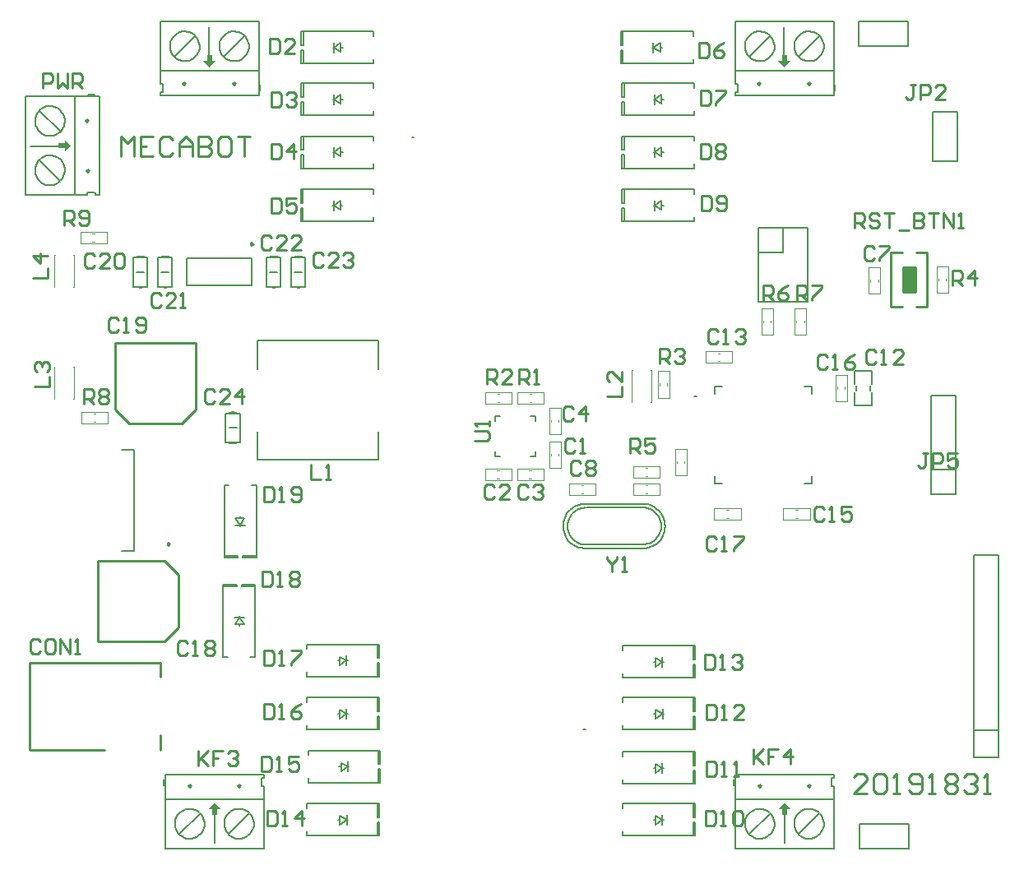
<source format=gto>
G04*
G04 #@! TF.GenerationSoftware,Altium Limited,Altium Designer,24.1.2 (44)*
G04*
G04 Layer_Color=65535*
%FSLAX44Y44*%
%MOMM*%
G71*
G04*
G04 #@! TF.SameCoordinates,3D4D6B29-C5DB-4252-9A0B-4BD64E52DF01*
G04*
G04*
G04 #@! TF.FilePolarity,Positive*
G04*
G01*
G75*
%ADD10C,0.1778*%
%ADD11C,0.2000*%
%ADD12C,0.1270*%
%ADD13C,0.2500*%
%ADD14C,0.2540*%
%ADD15C,0.1016*%
%ADD16R,1.2700X2.5400*%
G36*
X198000Y52309D02*
X191650Y45959D01*
X195460D01*
Y39609D01*
X200540D01*
Y45959D01*
X204350D01*
X198000Y52309D01*
D02*
G37*
G36*
X784740D02*
X778390Y45959D01*
X782200D01*
Y39609D01*
X787280D01*
Y45959D01*
X791090D01*
X784740Y52309D01*
D02*
G37*
G36*
X50340Y728900D02*
X43990Y735250D01*
Y731440D01*
X37640D01*
Y726360D01*
X43990D01*
Y722550D01*
X50340Y728900D01*
D02*
G37*
G36*
X192920Y809610D02*
X199270Y815960D01*
X195460D01*
Y822310D01*
X190380D01*
Y815960D01*
X186570D01*
X192920Y809610D01*
D02*
G37*
G36*
X784740D02*
X791090Y815960D01*
X787280D01*
Y822310D01*
X782200D01*
Y815960D01*
X778390D01*
X784740Y809610D01*
D02*
G37*
D10*
X40291Y693402D02*
X41804Y695453D01*
X42956Y697726D01*
X43717Y700159D01*
X44063Y702683D01*
X43987Y705231D01*
X43490Y707731D01*
X42586Y710114D01*
X41299Y712314D01*
X39666Y714270D01*
X37731Y715930D01*
X35549Y717245D01*
X33178Y718182D01*
X30685Y718712D01*
X28139Y718823D01*
X25610Y718510D01*
X23167Y717783D01*
X20879Y716661D01*
X18808Y715175D01*
X17011Y713367D01*
X15539Y711287D01*
X14432Y708991D01*
X13720Y706544D01*
X13424Y704013D01*
X13550Y701467D01*
X14097Y698978D01*
X15048Y696613D01*
X16378Y694439D01*
X18050Y692515D01*
X20017Y690895D01*
X22225Y689622D01*
X24614Y688733D01*
X27116Y688252D01*
X29664Y688192D01*
X32187Y688555D01*
X34615Y689331D01*
X36881Y690498D01*
X38922Y692024D01*
X68984Y754300D02*
X67358Y755926D01*
X65732Y754300D01*
X67358Y752674D01*
X68984Y754300D01*
X69238Y702992D02*
X67612Y704618D01*
X65986Y702992D01*
X67612Y701366D01*
X69238Y702992D01*
X40447Y744383D02*
X41925Y746452D01*
X43040Y748736D01*
X43763Y751173D01*
X44073Y753697D01*
X43962Y756236D01*
X43433Y758723D01*
X42501Y761088D01*
X41190Y763266D01*
X39538Y765199D01*
X37589Y766831D01*
X35398Y768119D01*
X33023Y769027D01*
X30531Y769531D01*
X27991Y769616D01*
X25471Y769280D01*
X23041Y768533D01*
X20768Y767394D01*
X18715Y765895D01*
X16937Y764078D01*
X15484Y761992D01*
X14395Y759695D01*
X13701Y757249D01*
X13421Y754722D01*
X13562Y752184D01*
X14120Y749704D01*
X15080Y747350D01*
X16416Y745187D01*
X18091Y743275D01*
X20059Y741665D01*
X22266Y740403D01*
X24651Y739523D01*
X27149Y739049D01*
X29690Y738994D01*
X32206Y739360D01*
X34627Y740136D01*
X36886Y741301D01*
X38922Y742824D01*
X208403Y819503D02*
X210472Y818026D01*
X212756Y816910D01*
X215193Y816187D01*
X217717Y815877D01*
X220256Y815988D01*
X222743Y816517D01*
X225108Y817449D01*
X227286Y818760D01*
X229219Y820412D01*
X230851Y822361D01*
X232139Y824552D01*
X233048Y826927D01*
X233551Y829418D01*
X233636Y831959D01*
X233300Y834479D01*
X232553Y836909D01*
X231414Y839182D01*
X229915Y841235D01*
X228098Y843013D01*
X226012Y844466D01*
X223715Y845555D01*
X221269Y846249D01*
X218742Y846529D01*
X216204Y846388D01*
X213724Y845830D01*
X211370Y844870D01*
X209207Y843534D01*
X207295Y841859D01*
X205685Y839891D01*
X204423Y837684D01*
X203543Y835299D01*
X203069Y832801D01*
X203014Y830260D01*
X203380Y827744D01*
X204156Y825323D01*
X205321Y823064D01*
X206844Y821028D01*
X168638Y792338D02*
X167012Y793964D01*
X165386Y792338D01*
X167012Y790712D01*
X168638Y792338D01*
X219946Y792592D02*
X218320Y794218D01*
X216694Y792592D01*
X218320Y790966D01*
X219946Y792592D01*
X157422Y819659D02*
X159473Y818146D01*
X161746Y816994D01*
X164179Y816234D01*
X166703Y815887D01*
X169251Y815963D01*
X171751Y816460D01*
X174134Y817365D01*
X176334Y818651D01*
X178290Y820284D01*
X179950Y822219D01*
X181266Y824401D01*
X182202Y826772D01*
X182732Y829265D01*
X182843Y831811D01*
X182530Y834340D01*
X181803Y836783D01*
X180681Y839071D01*
X179195Y841142D01*
X177387Y842939D01*
X175307Y844411D01*
X173011Y845518D01*
X170564Y846230D01*
X168033Y846526D01*
X165487Y846400D01*
X162998Y845853D01*
X160633Y844902D01*
X158459Y843572D01*
X156535Y841900D01*
X154915Y839933D01*
X153642Y837725D01*
X152753Y835336D01*
X152272Y832833D01*
X152212Y830285D01*
X152575Y827763D01*
X153351Y825335D01*
X154518Y823069D01*
X156044Y821028D01*
X233498Y42260D02*
X231447Y43773D01*
X229174Y44925D01*
X226741Y45686D01*
X224216Y46032D01*
X221669Y45956D01*
X219169Y45459D01*
X216786Y44555D01*
X214586Y43268D01*
X212630Y41635D01*
X210970Y39700D01*
X209655Y37518D01*
X208718Y35147D01*
X208188Y32654D01*
X208077Y30108D01*
X208390Y27579D01*
X209117Y25136D01*
X210239Y22848D01*
X211725Y20777D01*
X213533Y18980D01*
X215613Y17508D01*
X217909Y16401D01*
X220356Y15689D01*
X222887Y15393D01*
X225433Y15519D01*
X227922Y16066D01*
X230287Y17017D01*
X232461Y18347D01*
X234385Y20019D01*
X236005Y21986D01*
X237278Y24194D01*
X238167Y26583D01*
X238648Y29086D01*
X238708Y31634D01*
X238345Y34156D01*
X237569Y36584D01*
X236402Y38850D01*
X234876Y40891D01*
X174226Y69327D02*
X172600Y70953D01*
X170974Y69327D01*
X172600Y67701D01*
X174226Y69327D01*
X225534Y69581D02*
X223908Y71207D01*
X222282Y69581D01*
X223908Y67955D01*
X225534Y69581D01*
X182517Y42416D02*
X180448Y43893D01*
X178164Y45009D01*
X175727Y45732D01*
X173203Y46042D01*
X170664Y45931D01*
X168177Y45402D01*
X165812Y44470D01*
X163633Y43159D01*
X161702Y41507D01*
X160069Y39558D01*
X158781Y37367D01*
X157872Y34992D01*
X157369Y32500D01*
X157284Y29960D01*
X157620Y27440D01*
X158367Y25010D01*
X159506Y22737D01*
X161005Y20684D01*
X162822Y18906D01*
X164908Y17453D01*
X167205Y16364D01*
X169651Y15670D01*
X172178Y15390D01*
X174716Y15531D01*
X177196Y16089D01*
X179550Y17049D01*
X181713Y18385D01*
X183625Y20060D01*
X185235Y22028D01*
X186497Y24235D01*
X187377Y26620D01*
X187851Y29118D01*
X187906Y31659D01*
X187540Y34175D01*
X186764Y36596D01*
X185599Y38855D01*
X184076Y40891D01*
X769257Y42416D02*
X767188Y43893D01*
X764904Y45009D01*
X762467Y45732D01*
X759943Y46042D01*
X757404Y45931D01*
X754917Y45402D01*
X752552Y44470D01*
X750374Y43159D01*
X748441Y41507D01*
X746809Y39558D01*
X745521Y37367D01*
X744613Y34992D01*
X744109Y32500D01*
X744024Y29960D01*
X744360Y27440D01*
X745107Y25010D01*
X746246Y22737D01*
X747745Y20684D01*
X749562Y18906D01*
X751648Y17453D01*
X753945Y16364D01*
X756391Y15670D01*
X758918Y15390D01*
X761456Y15531D01*
X763936Y16089D01*
X766290Y17049D01*
X768453Y18385D01*
X770365Y20060D01*
X771975Y22028D01*
X773237Y24235D01*
X774117Y26620D01*
X774591Y29118D01*
X774646Y31659D01*
X774280Y34175D01*
X773504Y36596D01*
X772339Y38855D01*
X770816Y40891D01*
X812274Y69581D02*
X810648Y71207D01*
X809022Y69581D01*
X810648Y67955D01*
X812274Y69581D01*
X760966Y69327D02*
X759340Y70953D01*
X757714Y69327D01*
X759340Y67701D01*
X760966Y69327D01*
X820238Y42260D02*
X818187Y43773D01*
X815914Y44925D01*
X813481Y45686D01*
X810956Y46032D01*
X808409Y45956D01*
X805909Y45459D01*
X803527Y44555D01*
X801326Y43268D01*
X799370Y41635D01*
X797710Y39700D01*
X796395Y37518D01*
X795458Y35147D01*
X794928Y32654D01*
X794817Y30108D01*
X795130Y27579D01*
X795857Y25136D01*
X796979Y22848D01*
X798465Y20777D01*
X800273Y18980D01*
X802353Y17508D01*
X804649Y16401D01*
X807096Y15689D01*
X809627Y15393D01*
X812173Y15519D01*
X814662Y16066D01*
X817027Y17017D01*
X819201Y18347D01*
X821125Y20019D01*
X822745Y21986D01*
X824018Y24194D01*
X824907Y26583D01*
X825388Y29086D01*
X825448Y31634D01*
X825085Y34156D01*
X824309Y36584D01*
X823142Y38850D01*
X821616Y40891D01*
X800223Y819503D02*
X802292Y818026D01*
X804576Y816910D01*
X807013Y816187D01*
X809537Y815877D01*
X812076Y815988D01*
X814563Y816517D01*
X816928Y817449D01*
X819107Y818760D01*
X821039Y820412D01*
X822671Y822361D01*
X823959Y824552D01*
X824867Y826927D01*
X825371Y829418D01*
X825456Y831959D01*
X825120Y834479D01*
X824373Y836909D01*
X823234Y839182D01*
X821735Y841235D01*
X819918Y843013D01*
X817832Y844466D01*
X815535Y845555D01*
X813089Y846249D01*
X810562Y846529D01*
X808024Y846388D01*
X805544Y845830D01*
X803190Y844870D01*
X801027Y843534D01*
X799115Y841859D01*
X797505Y839891D01*
X796243Y837684D01*
X795363Y835299D01*
X794889Y832801D01*
X794834Y830260D01*
X795200Y827744D01*
X795976Y825323D01*
X797141Y823064D01*
X798664Y821028D01*
X760458Y792338D02*
X758832Y793964D01*
X757206Y792338D01*
X758832Y790712D01*
X760458Y792338D01*
X811766Y792592D02*
X810140Y794218D01*
X808514Y792592D01*
X810140Y790966D01*
X811766Y792592D01*
X749242Y819659D02*
X751293Y818146D01*
X753566Y816994D01*
X755999Y816234D01*
X758523Y815887D01*
X761071Y815963D01*
X763571Y816460D01*
X765954Y817365D01*
X768154Y818651D01*
X770110Y820284D01*
X771770Y822219D01*
X773085Y824401D01*
X774022Y826772D01*
X774552Y829265D01*
X774663Y831811D01*
X774350Y834340D01*
X773623Y836783D01*
X772501Y839071D01*
X771015Y841142D01*
X769207Y842939D01*
X767127Y844411D01*
X764831Y845518D01*
X762384Y846230D01*
X759853Y846526D01*
X757307Y846400D01*
X754818Y845853D01*
X752453Y844902D01*
X750279Y843572D01*
X748355Y841900D01*
X746735Y839933D01*
X745462Y837725D01*
X744573Y835336D01*
X744092Y832833D01*
X744032Y830285D01*
X744395Y827763D01*
X745171Y825335D01*
X746338Y823069D01*
X747864Y821028D01*
X639282Y314311D02*
X641837Y314471D01*
X644359Y314916D01*
X646815Y315640D01*
X649175Y316635D01*
X651408Y317887D01*
X653488Y319381D01*
X655387Y321099D01*
X657083Y323018D01*
X658553Y325114D01*
X659779Y327362D01*
X660747Y329733D01*
X661443Y332197D01*
X661859Y334724D01*
X661990Y337281D01*
X661834Y339837D01*
X661394Y342359D01*
X660674Y344817D01*
X659683Y347178D01*
X658435Y349414D01*
X656945Y351496D01*
X655231Y353399D01*
X653315Y355097D01*
X651221Y356571D01*
X648975Y357802D01*
X646606Y358773D01*
X644143Y359474D01*
X641617Y359894D01*
X639060Y360030D01*
X580640D02*
X578113Y359975D01*
X575607Y359642D01*
X573153Y359034D01*
X570782Y358158D01*
X568522Y357027D01*
X566400Y355653D01*
X564443Y354052D01*
X562675Y352246D01*
X561117Y350255D01*
X559789Y348105D01*
X558706Y345821D01*
X557881Y343431D01*
X557326Y340965D01*
X557046Y338453D01*
X557045Y335925D01*
X557324Y333413D01*
X557878Y330947D01*
X558701Y328557D01*
X559783Y326272D01*
X561110Y324121D01*
X562667Y322130D01*
X564434Y320322D01*
X566390Y318721D01*
X568511Y317345D01*
X570770Y316212D01*
X573141Y315336D01*
X575594Y314726D01*
X578100Y314392D01*
X580627Y314335D01*
X639060Y318120D02*
X641543Y318299D01*
X643980Y318800D01*
X646332Y319615D01*
X648558Y320729D01*
X650619Y322125D01*
X652481Y323777D01*
X654112Y325657D01*
X655483Y327734D01*
X656572Y329973D01*
X657360Y332334D01*
X657833Y334777D01*
X657984Y337262D01*
X657809Y339745D01*
X657312Y342184D01*
X656501Y344537D01*
X655391Y346765D01*
X653999Y348829D01*
X652351Y350693D01*
X650473Y352327D01*
X648398Y353702D01*
X646162Y354795D01*
X643802Y355587D01*
X641359Y356064D01*
X638875Y356219D01*
X580455D02*
X577972Y356040D01*
X575534Y355539D01*
X573182Y354724D01*
X570957Y353610D01*
X568895Y352215D01*
X567034Y350563D01*
X565403Y348682D01*
X564032Y346605D01*
X562943Y344367D01*
X562155Y342006D01*
X561682Y339562D01*
X561531Y337077D01*
X561706Y334594D01*
X562203Y332156D01*
X563013Y329802D01*
X564124Y327575D01*
X565516Y325511D01*
X567164Y323646D01*
X569042Y322012D01*
X571117Y320637D01*
X573353Y319544D01*
X575713Y318752D01*
X578156Y318275D01*
X580640Y318120D01*
X75740Y678100D02*
X79550D01*
X75740D02*
Y680640D01*
X79550Y678100D02*
Y779700D01*
X8684Y678100D02*
X38910D01*
X3350D02*
Y779700D01*
X18082Y714168D02*
X39545Y692705D01*
X8684Y728392D02*
X47038D01*
X68120Y781224D02*
X74470D01*
X41450Y779700D02*
X79550D01*
X67104Y680640D02*
X74978D01*
X67104Y678100D02*
Y680640D01*
X3350Y678100D02*
X67104D01*
X3350Y779700D02*
X41450D01*
X54150Y678100D02*
Y779700D01*
X18082Y764968D02*
X39672Y743378D01*
X207398Y820278D02*
X228988Y841868D01*
X142120Y805800D02*
X243720D01*
Y818500D02*
Y856600D01*
X142120Y792846D02*
Y856600D01*
Y792846D02*
X144660D01*
Y784972D02*
Y792846D01*
X243720Y780400D02*
Y818500D01*
X245244Y785480D02*
Y791830D01*
X192412Y812912D02*
Y851266D01*
X156725Y820405D02*
X178188Y841868D01*
X142120Y856600D02*
X243720D01*
X142120Y821040D02*
Y851266D01*
Y780400D02*
X243720D01*
X142120Y784210D02*
X144660D01*
X142120Y780400D02*
Y784210D01*
X872844Y477082D02*
Y481654D01*
X859128Y477082D02*
Y481654D01*
X248800Y77709D02*
Y81519D01*
X246260Y77709D02*
X248800D01*
X147200Y81519D02*
X248800D01*
Y10653D02*
Y40879D01*
X147200Y5319D02*
X248800D01*
X212732Y20051D02*
X234195Y41514D01*
X198508Y10653D02*
Y49007D01*
X145676Y70089D02*
Y76439D01*
X147200Y43419D02*
Y81519D01*
X246260Y69073D02*
Y76947D01*
Y69073D02*
X248800D01*
Y5319D02*
Y69073D01*
X147200Y5319D02*
Y43419D01*
Y56119D02*
X248800D01*
X161932Y20051D02*
X183522Y41641D01*
X748672Y20051D02*
X770262Y41641D01*
X733940Y56119D02*
X835540D01*
X733940Y5319D02*
Y43419D01*
X835540Y5319D02*
Y69073D01*
X833000D02*
X835540D01*
X833000D02*
Y76947D01*
X733940Y43419D02*
Y81519D01*
X732416Y70089D02*
Y76439D01*
X785248Y10653D02*
Y49007D01*
X799472Y20051D02*
X820935Y41514D01*
X733940Y5319D02*
X835540D01*
Y10653D02*
Y40879D01*
X733940Y81519D02*
X835540D01*
X833000Y77709D02*
X835540D01*
Y81519D01*
X799218Y820278D02*
X820808Y841868D01*
X733940Y805800D02*
X835540D01*
Y818500D02*
Y856600D01*
X733940Y792846D02*
Y856600D01*
Y792846D02*
X736480D01*
Y784972D02*
Y792846D01*
X835540Y780400D02*
Y818500D01*
X837064Y785480D02*
Y791830D01*
X784232Y812912D02*
Y851266D01*
X748545Y820405D02*
X770008Y841868D01*
X733940Y856600D02*
X835540D01*
X733940Y821040D02*
Y851266D01*
Y780400D02*
X835540D01*
X733940Y784210D02*
X736480D01*
X733940Y780400D02*
Y784210D01*
X580640Y360032D02*
X639060Y360030D01*
X580640Y314310D02*
X639060D01*
X580640Y356222D02*
X639060Y356220D01*
X580640Y318120D02*
X639060D01*
D11*
X403470Y737830D02*
X401470D01*
X403470D01*
X694150Y471150D02*
X692150D01*
X694150D01*
X478880Y442880D02*
X476880D01*
X478880D01*
X580000Y128280D02*
X578000D01*
X580000D01*
X937140Y713090D02*
Y763890D01*
Y713090D02*
X962540D01*
Y763890D01*
X937140D02*
X962540D01*
X935870Y395590D02*
X961270D01*
X935870Y370190D02*
X961270D01*
X935870D02*
Y471790D01*
X961270Y370190D02*
Y471790D01*
X935870D02*
X961270D01*
X980000Y99067D02*
Y307267D01*
Y99067D02*
X1005400D01*
Y307267D01*
X980000D02*
X1005400D01*
X980000Y126966D02*
X1005400D01*
X327680Y667370D02*
X329680D01*
X319680D02*
X320680D01*
X327680Y663370D02*
Y672370D01*
X320680Y667370D02*
X327680Y672370D01*
X320680Y667370D02*
X327680Y663370D01*
X320680Y662370D02*
Y672370D01*
X287180Y669910D02*
Y683880D01*
X361510D01*
X287180Y669910D02*
X289120D01*
Y683880D01*
Y650860D02*
Y664830D01*
X287180D02*
X289120D01*
X361510Y679120D02*
Y683880D01*
X287180Y650860D02*
Y664830D01*
X361510Y650860D02*
Y655620D01*
X287180Y650860D02*
X361510D01*
X328000Y721980D02*
X330000D01*
X320000D02*
X321000D01*
X328000Y717980D02*
Y726980D01*
X321000Y721980D02*
X328000Y726980D01*
X321000Y721980D02*
X328000Y717980D01*
X321000Y716980D02*
Y726980D01*
X287500Y724520D02*
Y738490D01*
X361830D01*
X287500Y724520D02*
X289440D01*
Y738490D01*
Y705470D02*
Y719440D01*
X287500D02*
X289440D01*
X361830Y733730D02*
Y738490D01*
X287500Y705470D02*
Y719440D01*
X361830Y705470D02*
Y710230D01*
X287500Y705470D02*
X361830D01*
X328000Y776590D02*
X330000D01*
X320000D02*
X321000D01*
X328000Y772590D02*
Y781590D01*
X321000Y776590D02*
X328000Y781590D01*
X321000Y776590D02*
X328000Y772590D01*
X321000Y771590D02*
Y781590D01*
X287500Y779130D02*
Y793100D01*
X361830D01*
X287500Y779130D02*
X289440D01*
Y793100D01*
Y760080D02*
Y774050D01*
X287500D02*
X289440D01*
X361830Y788340D02*
Y793100D01*
X287500Y760080D02*
Y774050D01*
X361830Y760080D02*
Y764840D01*
X287500Y760080D02*
X361830D01*
X328000Y829930D02*
X330000D01*
X320000D02*
X321000D01*
X328000Y825930D02*
Y834930D01*
X321000Y829930D02*
X328000Y834930D01*
X321000Y829930D02*
X328000Y825930D01*
X321000Y824930D02*
Y834930D01*
X287500Y832470D02*
Y846440D01*
X361830D01*
X287500Y832470D02*
X289440D01*
Y846440D01*
Y813420D02*
Y827390D01*
X287500D02*
X289440D01*
X361830Y841680D02*
Y846440D01*
X287500Y813420D02*
Y827390D01*
X361830Y813420D02*
Y818180D01*
X287500Y813420D02*
X361830D01*
X874910Y461884D02*
Y475328D01*
Y483078D02*
Y496936D01*
X857130Y483078D02*
Y496936D01*
Y461884D02*
Y475328D01*
Y496936D02*
X874910D01*
X857130Y461884D02*
X874910D01*
X293570Y51420D02*
X367900D01*
X293570Y46660D02*
Y51420D01*
X367900Y37450D02*
Y51420D01*
X293570Y18400D02*
Y23160D01*
X365960Y37450D02*
X367900D01*
X365960D02*
Y51420D01*
Y18400D02*
Y32370D01*
X367900D01*
X293570Y18400D02*
X367900D01*
Y32370D01*
X334400Y29910D02*
Y39910D01*
X327400Y38910D02*
X334400Y34910D01*
X327400Y29910D02*
X334400Y34910D01*
X327400Y29910D02*
Y38910D01*
X334400Y34910D02*
X335400D01*
X325400D02*
X327400D01*
X294520Y106030D02*
X368850D01*
X294520Y101270D02*
Y106030D01*
X368850Y92060D02*
Y106030D01*
X294520Y73010D02*
Y77770D01*
X366910Y92060D02*
X368850D01*
X366910D02*
Y106030D01*
Y73010D02*
Y86980D01*
X368850D01*
X294520Y73010D02*
X368850D01*
Y86980D01*
X335350Y84520D02*
Y94520D01*
X328350Y93520D02*
X335350Y89520D01*
X328350Y84520D02*
X335350Y89520D01*
X328350Y84520D02*
Y93520D01*
X335350Y89520D02*
X336350D01*
X326350D02*
X328350D01*
X293250Y160640D02*
X367580D01*
X293250Y155880D02*
Y160640D01*
X367580Y146670D02*
Y160640D01*
X293250Y127620D02*
Y132380D01*
X365640Y146670D02*
X367580D01*
X365640D02*
Y160640D01*
Y127620D02*
Y141590D01*
X367580D01*
X293250Y127620D02*
X367580D01*
Y141590D01*
X334080Y139130D02*
Y149130D01*
X327080Y148130D02*
X334080Y144130D01*
X327080Y139130D02*
X334080Y144130D01*
X327080Y139130D02*
Y148130D01*
X334080Y144130D02*
X335080D01*
X325080D02*
X327080D01*
X293250Y215250D02*
X367580D01*
X293250Y210490D02*
Y215250D01*
X367580Y201280D02*
Y215250D01*
X293250Y182230D02*
Y186990D01*
X365640Y201280D02*
X367580D01*
X365640D02*
Y215250D01*
Y182230D02*
Y196200D01*
X367580D01*
X293250Y182230D02*
X367580D01*
Y196200D01*
X334080Y193740D02*
Y203740D01*
X327080Y202740D02*
X334080Y198740D01*
X327080Y193740D02*
X334080Y198740D01*
X327080Y193740D02*
Y202740D01*
X334080Y198740D02*
X335080D01*
X325080D02*
X327080D01*
X169580Y584790D02*
Y612790D01*
X236580Y584790D02*
Y612790D01*
X169580Y584790D02*
X236580D01*
X169580Y612790D02*
X236580D01*
X758070Y619110D02*
X783470D01*
Y644510D01*
X758070D02*
X808870D01*
Y568310D02*
Y644510D01*
X758070Y568310D02*
X808870D01*
X758070D02*
Y644510D01*
X616430Y813420D02*
X690760D01*
Y818180D01*
X616430Y813420D02*
Y827390D01*
X690760Y841680D02*
Y846440D01*
X616430Y827390D02*
X618370D01*
Y813420D02*
Y827390D01*
Y832470D02*
Y846440D01*
X616430Y832470D02*
X618370D01*
X616430Y846440D02*
X690760D01*
X616430Y832470D02*
Y846440D01*
X649930Y824930D02*
Y834930D01*
Y829930D02*
X656930Y825930D01*
X649930Y829930D02*
X656930Y834930D01*
Y825930D02*
Y834930D01*
X648930Y829930D02*
X649930D01*
X656930D02*
X658930D01*
X617700Y760080D02*
X692030D01*
Y764840D01*
X617700Y760080D02*
Y774050D01*
X692030Y788340D02*
Y793100D01*
X617700Y774050D02*
X619640D01*
Y760080D02*
Y774050D01*
Y779130D02*
Y793100D01*
X617700Y779130D02*
X619640D01*
X617700Y793100D02*
X692030D01*
X617700Y779130D02*
Y793100D01*
X651200Y771590D02*
Y781590D01*
Y776590D02*
X658200Y772590D01*
X651200Y776590D02*
X658200Y781590D01*
Y772590D02*
Y781590D01*
X650200Y776590D02*
X651200D01*
X658200D02*
X660200D01*
X617700Y705470D02*
X692030D01*
Y710230D01*
X617700Y705470D02*
Y719440D01*
X692030Y733730D02*
Y738490D01*
X617700Y719440D02*
X619640D01*
Y705470D02*
Y719440D01*
Y724520D02*
Y738490D01*
X617700Y724520D02*
X619640D01*
X617700Y738490D02*
X692030D01*
X617700Y724520D02*
Y738490D01*
X651200Y716980D02*
Y726980D01*
Y721980D02*
X658200Y717980D01*
X651200Y721980D02*
X658200Y726980D01*
Y717980D02*
Y726980D01*
X650200Y721980D02*
X651200D01*
X658200D02*
X660200D01*
X617700Y650860D02*
X692030D01*
Y655620D01*
X617700Y650860D02*
Y664830D01*
X692030Y679120D02*
Y683880D01*
X617700Y664830D02*
X619640D01*
Y650860D02*
Y664830D01*
Y669910D02*
Y683880D01*
X617700Y669910D02*
X619640D01*
X617700Y683880D02*
X692030D01*
X617700Y669910D02*
Y683880D01*
X651200Y662370D02*
Y672370D01*
Y667370D02*
X658200Y663370D01*
X651200Y667370D02*
X658200Y672370D01*
Y663370D02*
Y672370D01*
X650200Y667370D02*
X651200D01*
X658200D02*
X660200D01*
X242680Y405210D02*
X366680D01*
X242680Y528210D02*
X366680D01*
Y405210D02*
Y434710D01*
X242680Y405210D02*
Y434710D01*
X366680Y498710D02*
Y528210D01*
X242680Y498710D02*
Y528210D01*
X224670Y345250D02*
Y347250D01*
Y337250D02*
Y338250D01*
X219670Y345250D02*
X228670D01*
X219670D02*
X224670Y338250D01*
X228670Y345250D01*
X219670Y338250D02*
X229670D01*
X208160Y304750D02*
X222130D01*
X208160D02*
Y379080D01*
X222130Y304750D02*
Y306690D01*
X208160D02*
X222130D01*
X227210D02*
X241180D01*
X227210Y304750D02*
Y306690D01*
X208160Y379080D02*
X212920D01*
X227210Y304750D02*
X241180D01*
X236420Y379080D02*
X241180D01*
Y304750D02*
Y379080D01*
X223400Y234380D02*
Y236380D01*
Y243380D02*
Y244380D01*
X219400Y236380D02*
X228400D01*
X223400Y243380D02*
X228400Y236380D01*
X219400D02*
X223400Y243380D01*
X218400D02*
X228400D01*
X225940Y276880D02*
X239910D01*
Y202550D02*
Y276880D01*
X225940Y274940D02*
Y276880D01*
Y274940D02*
X239910D01*
X206890D02*
X220860D01*
Y276880D01*
X235150Y202550D02*
X239910D01*
X206890Y276880D02*
X220860D01*
X206890Y202550D02*
X211650D01*
X206890D02*
Y276880D01*
X650200Y34910D02*
X652200D01*
X659200D02*
X660200D01*
X652200Y29910D02*
Y38910D01*
Y29910D02*
X659200Y34910D01*
X652200Y38910D02*
X659200Y34910D01*
Y29910D02*
Y39910D01*
X692700Y18400D02*
Y32370D01*
X618370Y18400D02*
X692700D01*
X690760Y32370D02*
X692700D01*
X690760Y18400D02*
Y32370D01*
Y37450D02*
Y51420D01*
Y37450D02*
X692700D01*
X618370Y18400D02*
Y23160D01*
X692700Y37450D02*
Y51420D01*
X618370Y46660D02*
Y51420D01*
X692700D01*
X650200Y88250D02*
X652200D01*
X659200D02*
X660200D01*
X652200Y83250D02*
Y92250D01*
Y83250D02*
X659200Y88250D01*
X652200Y92250D02*
X659200Y88250D01*
Y83250D02*
Y93250D01*
X692700Y71740D02*
Y85710D01*
X618370Y71740D02*
X692700D01*
X690760Y85710D02*
X692700D01*
X690760Y71740D02*
Y85710D01*
Y90790D02*
Y104760D01*
Y90790D02*
X692700D01*
X618370Y71740D02*
Y76500D01*
X692700Y90790D02*
Y104760D01*
X618370Y100000D02*
Y104760D01*
X692700D01*
X650520Y144130D02*
X652520D01*
X659520D02*
X660520D01*
X652520Y139130D02*
Y148130D01*
Y139130D02*
X659520Y144130D01*
X652520Y148130D02*
X659520Y144130D01*
Y139130D02*
Y149130D01*
X693020Y127620D02*
Y141590D01*
X618690Y127620D02*
X693020D01*
X691080Y141590D02*
X693020D01*
X691080Y127620D02*
Y141590D01*
Y146670D02*
Y160640D01*
Y146670D02*
X693020D01*
X618690Y127620D02*
Y132380D01*
X693020Y146670D02*
Y160640D01*
X618690Y155880D02*
Y160640D01*
X693020D01*
X650200Y197470D02*
X652200D01*
X659200D02*
X660200D01*
X652200Y192470D02*
Y201470D01*
Y192470D02*
X659200Y197470D01*
X652200Y201470D02*
X659200Y197470D01*
Y192470D02*
Y202470D01*
X692700Y180960D02*
Y194930D01*
X618370Y180960D02*
X692700D01*
X690760Y194930D02*
X692700D01*
X690760Y180960D02*
Y194930D01*
Y200010D02*
Y213980D01*
Y200010D02*
X692700D01*
X618370Y180960D02*
Y185720D01*
X692700Y200010D02*
Y213980D01*
X618370Y209220D02*
Y213980D01*
X692700D01*
X862210Y30830D02*
X913010D01*
X862210Y5430D02*
Y30830D01*
Y5430D02*
X913010D01*
Y30830D01*
X860940Y856600D02*
X911740D01*
X860940Y831200D02*
Y856600D01*
Y831200D02*
X911740D01*
Y856600D01*
X103010Y415840D02*
X115010D01*
Y311840D02*
Y415840D01*
X103010Y311840D02*
X115010D01*
D12*
X212036Y423345D02*
X214497Y422624D01*
X217050Y422380D01*
X219603Y422624D01*
X222064Y423345D01*
Y453414D02*
X219603Y454136D01*
X217050Y454380D01*
X214497Y454136D01*
X212036Y453414D01*
X142186Y583756D02*
X144647Y583034D01*
X147200Y582790D01*
X149753Y583034D01*
X152214Y583756D01*
Y613824D02*
X149753Y614546D01*
X147200Y614790D01*
X144647Y614546D01*
X142186Y613824D01*
X116786Y583756D02*
X119247Y583034D01*
X121800Y582790D01*
X124353Y583034D01*
X126814Y583756D01*
Y613824D02*
X124353Y614546D01*
X121800Y614790D01*
X119247Y614546D01*
X116786Y613824D01*
X279346Y583756D02*
X281807Y583034D01*
X284360Y582790D01*
X286913Y583034D01*
X289374Y583756D01*
Y613824D02*
X286913Y614546D01*
X284360Y614790D01*
X281807Y614546D01*
X279346Y613824D01*
X253946Y583756D02*
X256407Y583034D01*
X258960Y582790D01*
X261513Y583034D01*
X263974Y583756D01*
Y613824D02*
X261513Y614546D01*
X258960Y614790D01*
X256407Y614546D01*
X253946Y613824D01*
X209550Y453380D02*
X224550D01*
X209550Y423380D02*
X224550D01*
Y453380D01*
X209550Y423380D02*
Y453380D01*
X213240Y438380D02*
X220860D01*
X143390Y598790D02*
X151010D01*
X154700Y583790D02*
Y613790D01*
X139700Y583790D02*
Y613790D01*
X154700D01*
X139700Y583790D02*
X154700D01*
X117990Y598790D02*
X125610D01*
X129300Y583790D02*
Y613790D01*
X114300Y583790D02*
Y613790D01*
X129300D01*
X114300Y583790D02*
X129300D01*
X280550Y598790D02*
X288170D01*
X291860Y583790D02*
Y613790D01*
X276860Y583790D02*
Y613790D01*
X291860D01*
X276860Y583790D02*
X291860D01*
X255150Y598790D02*
X262770D01*
X266460Y583790D02*
Y613790D01*
X251460Y583790D02*
Y613790D01*
X266460D01*
X251460Y583790D02*
X266460D01*
X713150Y381150D02*
Y388986D01*
Y473314D02*
Y481150D01*
X805314D02*
X813150D01*
Y381150D02*
Y388986D01*
X713150Y381150D02*
X720986D01*
X805314D02*
X813150D01*
Y473314D02*
Y481150D01*
X713150D02*
X720986D01*
X487380Y450380D02*
X492280D01*
X487380Y445480D02*
Y450380D01*
X523480Y409380D02*
X528380D01*
Y414280D01*
X487380Y409380D02*
Y414280D01*
Y409380D02*
X492280D01*
X528380Y445480D02*
Y450380D01*
X523480D02*
X528380D01*
D13*
X237830Y627790D02*
X235955Y628872D01*
Y626707D01*
X237830Y627790D01*
X151760Y318840D02*
X149885Y319923D01*
Y317757D01*
X151760Y318840D01*
D14*
X95540Y525990D02*
X178540D01*
X95540Y457410D02*
X109960Y442990D01*
X95540Y457410D02*
Y525990D01*
X109960Y442990D02*
X164120D01*
X178540Y457410D01*
Y525990D01*
X77700Y218200D02*
Y301200D01*
X146280Y218200D02*
X160700Y232620D01*
X77700Y218200D02*
X146280D01*
X160700Y232620D02*
Y286780D01*
X146280Y301200D02*
X160700Y286780D01*
X77700Y301200D02*
X146280D01*
X7430Y106750D02*
X84930D01*
X7430D02*
Y196750D01*
X142430D01*
Y181750D02*
Y196750D01*
Y106750D02*
Y121750D01*
X894468Y562976D02*
X905898D01*
X920122D02*
X931552D01*
Y619364D01*
X894468Y562976D02*
Y619364D01*
X906660Y578470D02*
Y603870D01*
X919360D01*
Y578470D02*
Y603870D01*
X906660Y578470D02*
X919360D01*
X894468Y619364D02*
X905898D01*
X920122D02*
X931552D01*
X101790Y718290D02*
Y738283D01*
X108455Y731619D01*
X115119Y738283D01*
Y718290D01*
X135113Y738283D02*
X121784D01*
Y718290D01*
X135113D01*
X121784Y728287D02*
X128448D01*
X155106Y734951D02*
X151774Y738283D01*
X145109D01*
X141777Y734951D01*
Y721622D01*
X145109Y718290D01*
X151774D01*
X155106Y721622D01*
X161771Y718290D02*
Y731619D01*
X168435Y738283D01*
X175100Y731619D01*
Y718290D01*
Y728287D01*
X161771D01*
X181764Y738283D02*
Y718290D01*
X191761D01*
X195093Y721622D01*
Y724955D01*
X191761Y728287D01*
X181764D01*
X191761D01*
X195093Y731619D01*
Y734951D01*
X191761Y738283D01*
X181764D01*
X211755D02*
X205090D01*
X201758Y734951D01*
Y721622D01*
X205090Y718290D01*
X211755D01*
X215087Y721622D01*
Y734951D01*
X211755Y738283D01*
X221751D02*
X235080D01*
X228416D01*
Y718290D01*
X869869Y62040D02*
X856540D01*
X869869Y75369D01*
Y78701D01*
X866537Y82034D01*
X859872D01*
X856540Y78701D01*
X876534D02*
X879866Y82034D01*
X886530D01*
X889863Y78701D01*
Y65372D01*
X886530Y62040D01*
X879866D01*
X876534Y65372D01*
Y78701D01*
X896527Y62040D02*
X903192D01*
X899859D01*
Y82034D01*
X896527Y78701D01*
X913188Y65372D02*
X916521Y62040D01*
X923185D01*
X926517Y65372D01*
Y78701D01*
X923185Y82034D01*
X916521D01*
X913188Y78701D01*
Y75369D01*
X916521Y72037D01*
X926517D01*
X933182Y62040D02*
X939846D01*
X936514D01*
Y82034D01*
X933182Y78701D01*
X949843D02*
X953176Y82034D01*
X959840D01*
X963172Y78701D01*
Y75369D01*
X959840Y72037D01*
X963172Y68705D01*
Y65372D01*
X959840Y62040D01*
X953176D01*
X949843Y65372D01*
Y68705D01*
X953176Y72037D01*
X949843Y75369D01*
Y78701D01*
X953176Y72037D02*
X959840D01*
X969837Y78701D02*
X973169Y82034D01*
X979834D01*
X983166Y78701D01*
Y75369D01*
X979834Y72037D01*
X976501D01*
X979834D01*
X983166Y68705D01*
Y65372D01*
X979834Y62040D01*
X973169D01*
X969837Y65372D01*
X989830Y62040D02*
X996495D01*
X993163D01*
Y82034D01*
X989830Y78701D01*
X21437Y788382D02*
Y803617D01*
X29054D01*
X31593Y801078D01*
Y796000D01*
X29054Y793461D01*
X21437D01*
X36672Y803617D02*
Y788382D01*
X41750Y793461D01*
X46828Y788382D01*
Y803617D01*
X51907Y788382D02*
Y803617D01*
X59524D01*
X62063Y801078D01*
Y796000D01*
X59524Y793461D01*
X51907D01*
X56985D02*
X62063Y788382D01*
X12582Y480684D02*
X27817D01*
Y490841D01*
X15122Y495919D02*
X12582Y498458D01*
Y503537D01*
X15122Y506076D01*
X17661D01*
X20200Y503537D01*
Y500998D01*
Y503537D01*
X22739Y506076D01*
X25278D01*
X27817Y503537D01*
Y498458D01*
X25278Y495919D01*
X601862Y470524D02*
X617098D01*
Y480681D01*
Y495916D02*
Y485759D01*
X606941Y495916D01*
X604402D01*
X601862Y493377D01*
Y488298D01*
X604402Y485759D01*
X11313Y592444D02*
X26548D01*
Y602601D01*
Y615297D02*
X11313D01*
X18930Y607679D01*
Y617836D01*
X878723Y516238D02*
X876184Y518778D01*
X871105D01*
X868566Y516238D01*
Y506082D01*
X871105Y503543D01*
X876184D01*
X878723Y506082D01*
X883801Y503543D02*
X888880D01*
X886340D01*
Y518778D01*
X883801Y516238D01*
X906654Y503543D02*
X896497D01*
X906654Y513699D01*
Y516238D01*
X904115Y518778D01*
X899036D01*
X896497Y516238D01*
X601863Y305417D02*
Y302878D01*
X606942Y297800D01*
X612020Y302878D01*
Y305417D01*
X606942Y297800D02*
Y290182D01*
X617098D02*
X622177D01*
X619638D01*
Y305417D01*
X617098Y302878D01*
X465972Y424803D02*
X478668D01*
X481208Y427342D01*
Y432421D01*
X478668Y434960D01*
X465972D01*
X481208Y440038D02*
Y445117D01*
Y442578D01*
X465972D01*
X468512Y440038D01*
X857148Y644512D02*
Y659747D01*
X864766D01*
X867305Y657208D01*
Y652130D01*
X864766Y649590D01*
X857148D01*
X862226D02*
X867305Y644512D01*
X882540Y657208D02*
X880001Y659747D01*
X874922D01*
X872383Y657208D01*
Y654669D01*
X874922Y652130D01*
X880001D01*
X882540Y649590D01*
Y647051D01*
X880001Y644512D01*
X874922D01*
X872383Y647051D01*
X887618Y659747D02*
X897775D01*
X892697D01*
Y644512D01*
X902853Y641973D02*
X913010D01*
X918088Y659747D02*
Y644512D01*
X925706D01*
X928245Y647051D01*
Y649590D01*
X925706Y652130D01*
X918088D01*
X925706D01*
X928245Y654669D01*
Y657208D01*
X925706Y659747D01*
X918088D01*
X933324D02*
X943480D01*
X938402D01*
Y644512D01*
X948559D02*
Y659747D01*
X958715Y644512D01*
Y659747D01*
X963794Y644512D02*
X968872D01*
X966333D01*
Y659747D01*
X963794Y657208D01*
X43064Y647053D02*
Y662288D01*
X50682D01*
X53221Y659748D01*
Y654670D01*
X50682Y652131D01*
X43064D01*
X48142D02*
X53221Y647053D01*
X58299Y649592D02*
X60838Y647053D01*
X65917D01*
X68456Y649592D01*
Y659748D01*
X65917Y662288D01*
X60838D01*
X58299Y659748D01*
Y657209D01*
X60838Y654670D01*
X68456D01*
X63380Y462900D02*
Y478135D01*
X70998D01*
X73537Y475596D01*
Y470518D01*
X70998Y467978D01*
X63380D01*
X68458D02*
X73537Y462900D01*
X78615Y475596D02*
X81154Y478135D01*
X86233D01*
X88772Y475596D01*
Y473057D01*
X86233Y470518D01*
X88772Y467978D01*
Y465439D01*
X86233Y462900D01*
X81154D01*
X78615Y465439D01*
Y467978D01*
X81154Y470518D01*
X78615Y473057D01*
Y475596D01*
X81154Y470518D02*
X86233D01*
X797440Y569834D02*
Y585069D01*
X805058D01*
X807597Y582530D01*
Y577452D01*
X805058Y574912D01*
X797440D01*
X802518D02*
X807597Y569834D01*
X812675Y585069D02*
X822832D01*
Y582530D01*
X812675Y572373D01*
Y569834D01*
X763150Y569580D02*
Y584815D01*
X770768D01*
X773307Y582276D01*
Y577197D01*
X770768Y574658D01*
X763150D01*
X768228D02*
X773307Y569580D01*
X788542Y584815D02*
X783463Y582276D01*
X778385Y577197D01*
Y572119D01*
X780924Y569580D01*
X786003D01*
X788542Y572119D01*
Y574658D01*
X786003Y577197D01*
X778385D01*
X625994Y412103D02*
Y427337D01*
X633612D01*
X636151Y424798D01*
Y419720D01*
X633612Y417181D01*
X625994D01*
X631073D02*
X636151Y412103D01*
X651386Y427337D02*
X641229D01*
Y419720D01*
X646308Y422259D01*
X648847D01*
X651386Y419720D01*
Y414642D01*
X648847Y412103D01*
X643768D01*
X641229Y414642D01*
X957464Y584823D02*
Y600057D01*
X965082D01*
X967621Y597518D01*
Y592440D01*
X965082Y589901D01*
X957464D01*
X962542D02*
X967621Y584823D01*
X980317D02*
Y600057D01*
X972699Y592440D01*
X982856D01*
X656470Y504810D02*
Y520045D01*
X664088D01*
X666627Y517506D01*
Y512427D01*
X664088Y509888D01*
X656470D01*
X661548D02*
X666627Y504810D01*
X671705Y517506D02*
X674244Y520045D01*
X679323D01*
X681862Y517506D01*
Y514967D01*
X679323Y512427D01*
X676783D01*
X679323D01*
X681862Y509888D01*
Y507349D01*
X679323Y504810D01*
X674244D01*
X671705Y507349D01*
X478670Y483220D02*
Y498455D01*
X486287D01*
X488827Y495916D01*
Y490838D01*
X486287Y488298D01*
X478670D01*
X483748D02*
X488827Y483220D01*
X504062D02*
X493905D01*
X504062Y493377D01*
Y495916D01*
X501523Y498455D01*
X496444D01*
X493905Y495916D01*
X511436Y483220D02*
Y498455D01*
X519053D01*
X521593Y495916D01*
Y490838D01*
X519053Y488298D01*
X511436D01*
X516514D02*
X521593Y483220D01*
X526671D02*
X531749D01*
X529210D01*
Y498455D01*
X526671Y495916D01*
X297063Y400667D02*
Y385433D01*
X307220D01*
X312298D02*
X317377D01*
X314838D01*
Y400667D01*
X312298Y398128D01*
X752997Y107297D02*
Y92063D01*
Y97141D01*
X763153Y107297D01*
X755536Y99680D01*
X763153Y92063D01*
X778388Y107297D02*
X768232D01*
Y99680D01*
X773310D01*
X768232D01*
Y92063D01*
X791084D02*
Y107297D01*
X783467Y99680D01*
X793624D01*
X181497Y106027D02*
Y90793D01*
Y95871D01*
X191653Y106027D01*
X184036Y98410D01*
X191653Y90793D01*
X206888Y106027D02*
X196732D01*
Y98410D01*
X201810D01*
X196732D01*
Y90793D01*
X211967Y103488D02*
X214506Y106027D01*
X219584D01*
X222124Y103488D01*
Y100949D01*
X219584Y98410D01*
X217045D01*
X219584D01*
X222124Y95871D01*
Y93332D01*
X219584Y90793D01*
X214506D01*
X211967Y93332D01*
X932063Y412098D02*
X926985D01*
X929524D01*
Y399402D01*
X926985Y396862D01*
X924446D01*
X921907Y399402D01*
X937142Y396862D02*
Y412098D01*
X944759D01*
X947298Y409558D01*
Y404480D01*
X944759Y401941D01*
X937142D01*
X962533Y412098D02*
X952377D01*
Y404480D01*
X957455Y407019D01*
X959994D01*
X962533Y404480D01*
Y399402D01*
X959994Y396862D01*
X954916D01*
X952377Y399402D01*
X919363Y791827D02*
X914285D01*
X916824D01*
Y779132D01*
X914285Y776592D01*
X911746D01*
X909207Y779132D01*
X924442Y776592D02*
Y791827D01*
X932059D01*
X934598Y789288D01*
Y784210D01*
X932059Y781671D01*
X924442D01*
X949834Y776592D02*
X939677D01*
X949834Y786749D01*
Y789288D01*
X947294Y791827D01*
X942216D01*
X939677Y789288D01*
X248806Y377808D02*
Y362573D01*
X256424D01*
X258963Y365112D01*
Y375268D01*
X256424Y377808D01*
X248806D01*
X264041Y362573D02*
X269120D01*
X266580D01*
Y377808D01*
X264041Y375268D01*
X276737Y365112D02*
X279276Y362573D01*
X284355D01*
X286894Y365112D01*
Y375268D01*
X284355Y377808D01*
X279276D01*
X276737Y375268D01*
Y372729D01*
X279276Y370190D01*
X286894D01*
X247536Y290177D02*
Y274942D01*
X255154D01*
X257693Y277482D01*
Y287638D01*
X255154Y290177D01*
X247536D01*
X262771Y274942D02*
X267850D01*
X265310D01*
Y290177D01*
X262771Y287638D01*
X275467D02*
X278006Y290177D01*
X283085D01*
X285624Y287638D01*
Y285099D01*
X283085Y282560D01*
X285624Y280021D01*
Y277482D01*
X283085Y274942D01*
X278006D01*
X275467Y277482D01*
Y280021D01*
X278006Y282560D01*
X275467Y285099D01*
Y287638D01*
X278006Y282560D02*
X283085D01*
X248806Y208897D02*
Y193662D01*
X256424D01*
X258963Y196202D01*
Y206358D01*
X256424Y208897D01*
X248806D01*
X264041Y193662D02*
X269120D01*
X266580D01*
Y208897D01*
X264041Y206358D01*
X276737Y208897D02*
X286894D01*
Y206358D01*
X276737Y196202D01*
Y193662D01*
X248806Y154288D02*
Y139052D01*
X256424D01*
X258963Y141592D01*
Y151748D01*
X256424Y154288D01*
X248806D01*
X264041Y139052D02*
X269120D01*
X266580D01*
Y154288D01*
X264041Y151748D01*
X286894Y154288D02*
X281815Y151748D01*
X276737Y146670D01*
Y141592D01*
X279276Y139052D01*
X284355D01*
X286894Y141592D01*
Y144131D01*
X284355Y146670D01*
X276737D01*
X246266Y99677D02*
Y84443D01*
X253884D01*
X256423Y86982D01*
Y97138D01*
X253884Y99677D01*
X246266D01*
X261501Y84443D02*
X266580D01*
X264040D01*
Y99677D01*
X261501Y97138D01*
X284354Y99677D02*
X274197D01*
Y92060D01*
X279275Y94599D01*
X281815D01*
X284354Y92060D01*
Y86982D01*
X281815Y84443D01*
X276736D01*
X274197Y86982D01*
X252616Y43797D02*
Y28563D01*
X260234D01*
X262773Y31102D01*
Y41258D01*
X260234Y43797D01*
X252616D01*
X267851Y28563D02*
X272930D01*
X270390D01*
Y43797D01*
X267851Y41258D01*
X288165Y28563D02*
Y43797D01*
X280547Y36180D01*
X290704D01*
X703146Y205088D02*
Y189853D01*
X710764D01*
X713303Y192392D01*
Y202548D01*
X710764Y205088D01*
X703146D01*
X718381Y189853D02*
X723460D01*
X720920D01*
Y205088D01*
X718381Y202548D01*
X731077D02*
X733616Y205088D01*
X738695D01*
X741234Y202548D01*
Y200009D01*
X738695Y197470D01*
X736155D01*
X738695D01*
X741234Y194931D01*
Y192392D01*
X738695Y189853D01*
X733616D01*
X731077Y192392D01*
X704736Y153018D02*
Y137782D01*
X712354D01*
X714893Y140322D01*
Y150478D01*
X712354Y153018D01*
X704736D01*
X719971Y137782D02*
X725050D01*
X722510D01*
Y153018D01*
X719971Y150478D01*
X742824Y137782D02*
X732667D01*
X742824Y147939D01*
Y150478D01*
X740285Y153018D01*
X735206D01*
X732667Y150478D01*
X704735Y94598D02*
Y79363D01*
X712353D01*
X714892Y81902D01*
Y92058D01*
X712353Y94598D01*
X704735D01*
X719970Y79363D02*
X725049D01*
X722510D01*
Y94598D01*
X719970Y92058D01*
X732666Y79363D02*
X737745D01*
X735206D01*
Y94598D01*
X732666Y92058D01*
X703466Y43797D02*
Y28563D01*
X711084D01*
X713623Y31102D01*
Y41258D01*
X711084Y43797D01*
X703466D01*
X718701Y28563D02*
X723780D01*
X721240D01*
Y43797D01*
X718701Y41258D01*
X731397D02*
X733936Y43797D01*
X739015D01*
X741554Y41258D01*
Y31102D01*
X739015Y28563D01*
X733936D01*
X731397Y31102D01*
Y41258D01*
X699654Y677527D02*
Y662292D01*
X707272D01*
X709811Y664832D01*
Y674988D01*
X707272Y677527D01*
X699654D01*
X714889Y664832D02*
X717428Y662292D01*
X722507D01*
X725046Y664832D01*
Y674988D01*
X722507Y677527D01*
X717428D01*
X714889Y674988D01*
Y672449D01*
X717428Y669910D01*
X725046D01*
X698704Y730925D02*
Y715690D01*
X706322D01*
X708861Y718229D01*
Y728386D01*
X706322Y730925D01*
X698704D01*
X713939Y728386D02*
X716478Y730925D01*
X721557D01*
X724096Y728386D01*
Y725847D01*
X721557Y723307D01*
X724096Y720768D01*
Y718229D01*
X721557Y715690D01*
X716478D01*
X713939Y718229D01*
Y720768D01*
X716478Y723307D01*
X713939Y725847D01*
Y728386D01*
X716478Y723307D02*
X721557D01*
X698704Y785478D02*
Y770242D01*
X706322D01*
X708861Y772782D01*
Y782938D01*
X706322Y785478D01*
X698704D01*
X713939D02*
X724096D01*
Y782938D01*
X713939Y772782D01*
Y770242D01*
X697434Y835007D02*
Y819772D01*
X705052D01*
X707591Y822312D01*
Y832468D01*
X705052Y835007D01*
X697434D01*
X722826D02*
X717747Y832468D01*
X712669Y827390D01*
Y822312D01*
X715208Y819772D01*
X720287D01*
X722826Y822312D01*
Y824851D01*
X720287Y827390D01*
X712669D01*
X256424Y674987D02*
Y659753D01*
X264042D01*
X266581Y662292D01*
Y672448D01*
X264042Y674987D01*
X256424D01*
X281816D02*
X271659D01*
Y667370D01*
X276737Y669909D01*
X279277D01*
X281816Y667370D01*
Y662292D01*
X279277Y659753D01*
X274198D01*
X271659Y662292D01*
X256424Y730867D02*
Y715632D01*
X264042D01*
X266581Y718172D01*
Y728328D01*
X264042Y730867D01*
X256424D01*
X279277Y715632D02*
Y730867D01*
X271659Y723250D01*
X281816D01*
X256424Y784208D02*
Y768972D01*
X264042D01*
X266581Y771512D01*
Y781668D01*
X264042Y784208D01*
X256424D01*
X271659Y781668D02*
X274198Y784208D01*
X279277D01*
X281816Y781668D01*
Y779129D01*
X279277Y776590D01*
X276737D01*
X279277D01*
X281816Y774051D01*
Y771512D01*
X279277Y768972D01*
X274198D01*
X271659Y771512D01*
X255154Y838818D02*
Y823583D01*
X262772D01*
X265311Y826122D01*
Y836278D01*
X262772Y838818D01*
X255154D01*
X280546Y823583D02*
X270389D01*
X280546Y833739D01*
Y836278D01*
X278007Y838818D01*
X272928D01*
X270389Y836278D01*
X18927Y218294D02*
X16387Y220833D01*
X11309D01*
X8770Y218294D01*
Y208137D01*
X11309Y205598D01*
X16387D01*
X18927Y208137D01*
X31623Y220833D02*
X26544D01*
X24005Y218294D01*
Y208137D01*
X26544Y205598D01*
X31623D01*
X34162Y208137D01*
Y218294D01*
X31623Y220833D01*
X39240Y205598D02*
Y220833D01*
X49397Y205598D01*
Y220833D01*
X54475Y205598D02*
X59554D01*
X57014D01*
Y220833D01*
X54475Y218294D01*
X198003Y475598D02*
X195464Y478138D01*
X190386D01*
X187847Y475598D01*
Y465442D01*
X190386Y462902D01*
X195464D01*
X198003Y465442D01*
X213238Y462902D02*
X203082D01*
X213238Y473059D01*
Y475598D01*
X210699Y478138D01*
X205621D01*
X203082Y475598D01*
X225934Y462902D02*
Y478138D01*
X218317Y470520D01*
X228473D01*
X309763Y616568D02*
X307224Y619108D01*
X302146D01*
X299607Y616568D01*
Y606412D01*
X302146Y603872D01*
X307224D01*
X309763Y606412D01*
X324998Y603872D02*
X314842D01*
X324998Y614029D01*
Y616568D01*
X322459Y619108D01*
X317381D01*
X314842Y616568D01*
X330077D02*
X332616Y619108D01*
X337694D01*
X340233Y616568D01*
Y614029D01*
X337694Y611490D01*
X335155D01*
X337694D01*
X340233Y608951D01*
Y606412D01*
X337694Y603872D01*
X332616D01*
X330077Y606412D01*
X256423Y634348D02*
X253884Y636888D01*
X248806D01*
X246267Y634348D01*
Y624192D01*
X248806Y621652D01*
X253884D01*
X256423Y624192D01*
X271658Y621652D02*
X261502D01*
X271658Y631809D01*
Y634348D01*
X269119Y636888D01*
X264041D01*
X261502Y634348D01*
X286894Y621652D02*
X276737D01*
X286894Y631809D01*
Y634348D01*
X284354Y636888D01*
X279276D01*
X276737Y634348D01*
X142882Y574828D02*
X140343Y577368D01*
X135265D01*
X132726Y574828D01*
Y564672D01*
X135265Y562132D01*
X140343D01*
X142882Y564672D01*
X158118Y562132D02*
X147961D01*
X158118Y572289D01*
Y574828D01*
X155578Y577368D01*
X150500D01*
X147961Y574828D01*
X163196Y562132D02*
X168274D01*
X165735D01*
Y577368D01*
X163196Y574828D01*
X75093Y615578D02*
X72554Y618117D01*
X67476D01*
X64937Y615578D01*
Y605422D01*
X67476Y602882D01*
X72554D01*
X75093Y605422D01*
X90328Y602882D02*
X80172D01*
X90328Y613039D01*
Y615578D01*
X87789Y618117D01*
X82711D01*
X80172Y615578D01*
X95407D02*
X97946Y618117D01*
X103024D01*
X105563Y615578D01*
Y605422D01*
X103024Y602882D01*
X97946D01*
X95407Y605422D01*
Y615578D01*
X98943Y549258D02*
X96404Y551797D01*
X91325D01*
X88786Y549258D01*
Y539102D01*
X91325Y536562D01*
X96404D01*
X98943Y539102D01*
X104021Y536562D02*
X109100D01*
X106560D01*
Y551797D01*
X104021Y549258D01*
X116717Y539102D02*
X119256Y536562D01*
X124335D01*
X126874Y539102D01*
Y549258D01*
X124335Y551797D01*
X119256D01*
X116717Y549258D01*
Y546719D01*
X119256Y544180D01*
X126874D01*
X170063Y216518D02*
X167524Y219058D01*
X162445D01*
X159906Y216518D01*
Y206362D01*
X162445Y203822D01*
X167524D01*
X170063Y206362D01*
X175141Y203822D02*
X180220D01*
X177680D01*
Y219058D01*
X175141Y216518D01*
X187837D02*
X190376Y219058D01*
X195455D01*
X197994Y216518D01*
Y213979D01*
X195455Y211440D01*
X197994Y208901D01*
Y206362D01*
X195455Y203822D01*
X190376D01*
X187837Y206362D01*
Y208901D01*
X190376Y211440D01*
X187837Y213979D01*
Y216518D01*
X190376Y211440D02*
X195455D01*
X714893Y324468D02*
X712354Y327007D01*
X707275D01*
X704736Y324468D01*
Y314312D01*
X707275Y311772D01*
X712354D01*
X714893Y314312D01*
X719971Y311772D02*
X725050D01*
X722510D01*
Y327007D01*
X719971Y324468D01*
X732667Y327007D02*
X742824D01*
Y324468D01*
X732667Y314312D01*
Y311772D01*
X829193Y511158D02*
X826654Y513698D01*
X821575D01*
X819036Y511158D01*
Y501002D01*
X821575Y498462D01*
X826654D01*
X829193Y501002D01*
X834271Y498462D02*
X839350D01*
X836810D01*
Y513698D01*
X834271Y511158D01*
X857124Y513698D02*
X852046Y511158D01*
X846967Y506080D01*
Y501002D01*
X849506Y498462D01*
X854585D01*
X857124Y501002D01*
Y503541D01*
X854585Y506080D01*
X846967D01*
X825383Y354948D02*
X822844Y357487D01*
X817765D01*
X815226Y354948D01*
Y344792D01*
X817765Y342253D01*
X822844D01*
X825383Y344792D01*
X830461Y342253D02*
X835540D01*
X833000D01*
Y357487D01*
X830461Y354948D01*
X853314Y357487D02*
X843157D01*
Y349870D01*
X848235Y352409D01*
X850775D01*
X853314Y349870D01*
Y344792D01*
X850775Y342253D01*
X845696D01*
X843157Y344792D01*
X716157Y537826D02*
X713617Y540365D01*
X708539D01*
X706000Y537826D01*
Y527669D01*
X708539Y525130D01*
X713617D01*
X716157Y527669D01*
X721235Y525130D02*
X726313D01*
X723774D01*
Y540365D01*
X721235Y537826D01*
X733931D02*
X736470Y540365D01*
X741548D01*
X744088Y537826D01*
Y535287D01*
X741548Y532747D01*
X739009D01*
X741548D01*
X744088Y530208D01*
Y527669D01*
X741548Y525130D01*
X736470D01*
X733931Y527669D01*
X575187Y401936D02*
X572648Y404475D01*
X567569D01*
X565030Y401936D01*
Y391779D01*
X567569Y389240D01*
X572648D01*
X575187Y391779D01*
X580265Y401936D02*
X582804Y404475D01*
X587883D01*
X590422Y401936D01*
Y399397D01*
X587883Y396857D01*
X590422Y394318D01*
Y391779D01*
X587883Y389240D01*
X582804D01*
X580265Y391779D01*
Y394318D01*
X582804Y396857D01*
X580265Y399397D01*
Y401936D01*
X582804Y396857D02*
X587883D01*
X877451Y622918D02*
X874912Y625457D01*
X869833D01*
X867294Y622918D01*
Y612762D01*
X869833Y610223D01*
X874912D01*
X877451Y612762D01*
X882529Y625457D02*
X892686D01*
Y622918D01*
X882529Y612762D01*
Y610223D01*
X567571Y457818D02*
X565032Y460358D01*
X559953D01*
X557414Y457818D01*
Y447662D01*
X559953Y445122D01*
X565032D01*
X567571Y447662D01*
X580267Y445122D02*
Y460358D01*
X572649Y452740D01*
X582806D01*
X520581Y377808D02*
X518042Y380348D01*
X512963D01*
X510424Y377808D01*
Y367652D01*
X512963Y365112D01*
X518042D01*
X520581Y367652D01*
X525659Y377808D02*
X528198Y380348D01*
X533277D01*
X535816Y377808D01*
Y375269D01*
X533277Y372730D01*
X530737D01*
X533277D01*
X535816Y370191D01*
Y367652D01*
X533277Y365112D01*
X528198D01*
X525659Y367652D01*
X486291Y377808D02*
X483752Y380348D01*
X478673D01*
X476134Y377808D01*
Y367652D01*
X478673Y365112D01*
X483752D01*
X486291Y367652D01*
X501526Y365112D02*
X491369D01*
X501526Y375269D01*
Y377808D01*
X498987Y380348D01*
X493908D01*
X491369Y377808D01*
X568840Y424798D02*
X566301Y427337D01*
X561222D01*
X558683Y424798D01*
Y414642D01*
X561222Y412103D01*
X566301D01*
X568840Y414642D01*
X573918Y412103D02*
X578997D01*
X576458D01*
Y427337D01*
X573918Y424798D01*
D15*
X647580Y465186D02*
Y498206D01*
X627260Y465186D02*
Y498206D01*
X647072Y465186D02*
X647580D01*
X647072Y498206D02*
X647580D01*
X627260D02*
X628022D01*
X627260Y465186D02*
X627768D01*
X641604Y388986D02*
X643636D01*
X641604Y397114D02*
X643636D01*
X629158Y398892D02*
X656336D01*
Y387208D02*
Y398892D01*
X629158Y387208D02*
X656336D01*
X629158D02*
Y398892D01*
X837318Y492992D02*
X849002D01*
X837318Y465814D02*
Y492992D01*
Y465814D02*
X849002D01*
Y492992D01*
X847224Y478514D02*
Y480546D01*
X839096Y478514D02*
Y480546D01*
X871608Y576438D02*
X883292D01*
Y603616D01*
X871608D02*
X883292D01*
X871608Y576438D02*
Y603616D01*
X873386Y588884D02*
Y590916D01*
X881514Y588884D02*
Y590916D01*
X32900Y468234D02*
Y501254D01*
X53220Y468234D02*
Y501254D01*
X32900D02*
X33408D01*
X32900Y468234D02*
X33408D01*
X52458D02*
X53220D01*
X52712Y501254D02*
X53220D01*
X60078Y628508D02*
Y640192D01*
Y628508D02*
X87256D01*
Y640192D01*
X60078D02*
X87256D01*
X72524Y638414D02*
X74556D01*
X72524Y630286D02*
X74556D01*
X53220Y583296D02*
Y616316D01*
X32900Y583296D02*
Y616316D01*
X52712Y583296D02*
X53220D01*
X52712Y616316D02*
X53220D01*
X32900D02*
X33662D01*
X32900Y583296D02*
X33408D01*
X941458Y604632D02*
X953142D01*
X941458Y577454D02*
Y604632D01*
Y577454D02*
X953142D01*
Y604632D01*
X951364Y590154D02*
Y592186D01*
X943236Y590154D02*
Y592186D01*
X672218Y389748D02*
X683902D01*
Y416926D01*
X672218D02*
X683902D01*
X672218Y389748D02*
Y416926D01*
X673996Y402194D02*
Y404226D01*
X682124Y402194D02*
Y404226D01*
X641604Y379334D02*
X643636D01*
X641604Y371206D02*
X643636D01*
X628904Y369428D02*
X656082D01*
X628904D02*
Y381112D01*
X656082D01*
Y369428D02*
Y381112D01*
X796424Y353934D02*
X798456D01*
X796424Y345806D02*
X798456D01*
X783724Y344028D02*
X810902D01*
X783724D02*
Y355712D01*
X810902D01*
Y344028D02*
Y355712D01*
X725304Y353934D02*
X727336D01*
X725304Y345806D02*
X727336D01*
X712604Y344028D02*
X739782D01*
X712604D02*
Y355712D01*
X739782D01*
Y344028D02*
Y355712D01*
X476518Y384668D02*
Y396352D01*
Y384668D02*
X503696D01*
Y396352D01*
X476518D02*
X503696D01*
X488964Y394574D02*
X490996D01*
X488964Y386446D02*
X490996D01*
X509658Y384668D02*
Y396352D01*
Y384668D02*
X536836D01*
Y396352D01*
X509658D02*
X536836D01*
X522104Y394574D02*
X524136D01*
X522104Y386446D02*
X524136D01*
X542678Y431778D02*
X554362D01*
Y458956D01*
X542678D02*
X554362D01*
X542678Y431778D02*
Y458956D01*
X544456Y444224D02*
Y446256D01*
X552584Y444224D02*
Y446256D01*
X542678Y397368D02*
X554362D01*
Y424546D01*
X542678D02*
X554362D01*
X542678Y397368D02*
Y424546D01*
X544456Y409814D02*
Y411846D01*
X552584Y409814D02*
Y411846D01*
X716534Y507096D02*
X718566D01*
X716534Y515224D02*
X718566D01*
X704088Y517002D02*
X731266D01*
Y505318D02*
Y517002D01*
X704088Y505318D02*
X731266D01*
X704088D02*
Y517002D01*
X656216Y482204D02*
Y484236D01*
X664344Y482204D02*
Y484236D01*
X666122Y469504D02*
Y496682D01*
X654438Y469504D02*
X666122D01*
X654438D02*
Y496682D01*
X666122D01*
X761118Y561452D02*
X772802D01*
X761118Y534274D02*
Y561452D01*
Y534274D02*
X772802D01*
Y561452D01*
X771024Y546974D02*
Y549006D01*
X762896Y546974D02*
Y549006D01*
X795408Y534528D02*
X807092D01*
Y561706D01*
X795408D02*
X807092D01*
X795408Y534528D02*
Y561706D01*
X797186Y546974D02*
Y549006D01*
X805314Y546974D02*
Y549006D01*
X575564Y371206D02*
X577596D01*
X575564Y379334D02*
X577596D01*
X563118Y381112D02*
X590296D01*
Y369428D02*
Y381112D01*
X563118Y369428D02*
X590296D01*
X563118D02*
Y381112D01*
X489204Y465186D02*
X491236D01*
X489204Y473314D02*
X491236D01*
X476758Y475092D02*
X503936D01*
Y463408D02*
Y475092D01*
X476758Y463408D02*
X503936D01*
X476758D02*
Y475092D01*
X522224Y473314D02*
X524256D01*
X522224Y465186D02*
X524256D01*
X509524Y463408D02*
X536702D01*
X509524D02*
Y475092D01*
X536702D01*
Y463408D02*
Y475092D01*
X61348Y443088D02*
Y454772D01*
Y443088D02*
X88526D01*
Y454772D01*
X61348D02*
X88526D01*
X73794Y452994D02*
X75826D01*
X73794Y444866D02*
X75826D01*
D16*
X913010Y591163D02*
D03*
M02*

</source>
